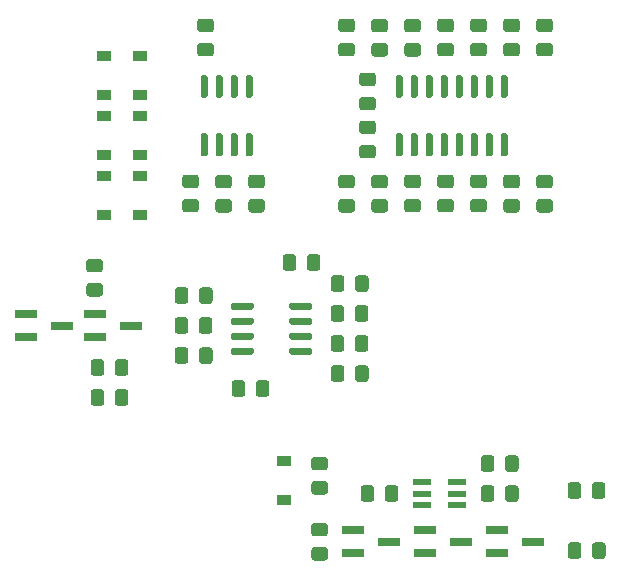
<source format=gbr>
G04 #@! TF.GenerationSoftware,KiCad,Pcbnew,5.1.6-c6e7f7d~87~ubuntu18.04.1*
G04 #@! TF.CreationDate,2020-08-19T17:04:45-04:00*
G04 #@! TF.ProjectId,late_MS20_VCF_plug_in_board,6c617465-5f4d-4533-9230-5f5643465f70,0*
G04 #@! TF.SameCoordinates,Original*
G04 #@! TF.FileFunction,Paste,Top*
G04 #@! TF.FilePolarity,Positive*
%FSLAX46Y46*%
G04 Gerber Fmt 4.6, Leading zero omitted, Abs format (unit mm)*
G04 Created by KiCad (PCBNEW 5.1.6-c6e7f7d~87~ubuntu18.04.1) date 2020-08-19 17:04:45*
%MOMM*%
%LPD*%
G01*
G04 APERTURE LIST*
%ADD10R,1.900000X0.800000*%
%ADD11R,1.500000X0.550000*%
%ADD12R,1.200000X0.900000*%
G04 APERTURE END LIST*
G36*
G01*
X108017000Y-92259999D02*
X108017000Y-93160001D01*
G75*
G02*
X107767001Y-93410000I-249999J0D01*
G01*
X107116999Y-93410000D01*
G75*
G02*
X106867000Y-93160001I0J249999D01*
G01*
X106867000Y-92259999D01*
G75*
G02*
X107116999Y-92010000I249999J0D01*
G01*
X107767001Y-92010000D01*
G75*
G02*
X108017000Y-92259999I0J-249999D01*
G01*
G37*
G36*
G01*
X110067000Y-92259999D02*
X110067000Y-93160001D01*
G75*
G02*
X109817001Y-93410000I-249999J0D01*
G01*
X109166999Y-93410000D01*
G75*
G02*
X108917000Y-93160001I0J249999D01*
G01*
X108917000Y-92259999D01*
G75*
G02*
X109166999Y-92010000I249999J0D01*
G01*
X109817001Y-92010000D01*
G75*
G02*
X110067000Y-92259999I0J-249999D01*
G01*
G37*
G36*
G01*
X108008000Y-97339999D02*
X108008000Y-98240001D01*
G75*
G02*
X107758001Y-98490000I-249999J0D01*
G01*
X107107999Y-98490000D01*
G75*
G02*
X106858000Y-98240001I0J249999D01*
G01*
X106858000Y-97339999D01*
G75*
G02*
X107107999Y-97090000I249999J0D01*
G01*
X107758001Y-97090000D01*
G75*
G02*
X108008000Y-97339999I0J-249999D01*
G01*
G37*
G36*
G01*
X110058000Y-97339999D02*
X110058000Y-98240001D01*
G75*
G02*
X109808001Y-98490000I-249999J0D01*
G01*
X109157999Y-98490000D01*
G75*
G02*
X108908000Y-98240001I0J249999D01*
G01*
X108908000Y-97339999D01*
G75*
G02*
X109157999Y-97090000I249999J0D01*
G01*
X109808001Y-97090000D01*
G75*
G02*
X110058000Y-97339999I0J-249999D01*
G01*
G37*
G36*
G01*
X100526001Y-90745000D02*
X99625999Y-90745000D01*
G75*
G02*
X99376000Y-90495001I0J249999D01*
G01*
X99376000Y-89844999D01*
G75*
G02*
X99625999Y-89595000I249999J0D01*
G01*
X100526001Y-89595000D01*
G75*
G02*
X100776000Y-89844999I0J-249999D01*
G01*
X100776000Y-90495001D01*
G75*
G02*
X100526001Y-90745000I-249999J0D01*
G01*
G37*
G36*
G01*
X100526001Y-92795000D02*
X99625999Y-92795000D01*
G75*
G02*
X99376000Y-92545001I0J249999D01*
G01*
X99376000Y-91894999D01*
G75*
G02*
X99625999Y-91645000I249999J0D01*
G01*
X100526001Y-91645000D01*
G75*
G02*
X100776000Y-91894999I0J-249999D01*
G01*
X100776000Y-92545001D01*
G75*
G02*
X100526001Y-92795000I-249999J0D01*
G01*
G37*
G36*
G01*
X101787000Y-99256001D02*
X101787000Y-98355999D01*
G75*
G02*
X102036999Y-98106000I249999J0D01*
G01*
X102687001Y-98106000D01*
G75*
G02*
X102937000Y-98355999I0J-249999D01*
G01*
X102937000Y-99256001D01*
G75*
G02*
X102687001Y-99506000I-249999J0D01*
G01*
X102036999Y-99506000D01*
G75*
G02*
X101787000Y-99256001I0J249999D01*
G01*
G37*
G36*
G01*
X99737000Y-99256001D02*
X99737000Y-98355999D01*
G75*
G02*
X99986999Y-98106000I249999J0D01*
G01*
X100637001Y-98106000D01*
G75*
G02*
X100887000Y-98355999I0J-249999D01*
G01*
X100887000Y-99256001D01*
G75*
G02*
X100637001Y-99506000I-249999J0D01*
G01*
X99986999Y-99506000D01*
G75*
G02*
X99737000Y-99256001I0J249999D01*
G01*
G37*
G36*
G01*
X101787000Y-101796001D02*
X101787000Y-100895999D01*
G75*
G02*
X102036999Y-100646000I249999J0D01*
G01*
X102687001Y-100646000D01*
G75*
G02*
X102937000Y-100895999I0J-249999D01*
G01*
X102937000Y-101796001D01*
G75*
G02*
X102687001Y-102046000I-249999J0D01*
G01*
X102036999Y-102046000D01*
G75*
G02*
X101787000Y-101796001I0J249999D01*
G01*
G37*
G36*
G01*
X99737000Y-101796001D02*
X99737000Y-100895999D01*
G75*
G02*
X99986999Y-100646000I249999J0D01*
G01*
X100637001Y-100646000D01*
G75*
G02*
X100887000Y-100895999I0J-249999D01*
G01*
X100887000Y-101796001D01*
G75*
G02*
X100637001Y-102046000I-249999J0D01*
G01*
X99986999Y-102046000D01*
G75*
G02*
X99737000Y-101796001I0J249999D01*
G01*
G37*
G36*
G01*
X121862001Y-83633000D02*
X120961999Y-83633000D01*
G75*
G02*
X120712000Y-83383001I0J249999D01*
G01*
X120712000Y-82732999D01*
G75*
G02*
X120961999Y-82483000I249999J0D01*
G01*
X121862001Y-82483000D01*
G75*
G02*
X122112000Y-82732999I0J-249999D01*
G01*
X122112000Y-83383001D01*
G75*
G02*
X121862001Y-83633000I-249999J0D01*
G01*
G37*
G36*
G01*
X121862001Y-85683000D02*
X120961999Y-85683000D01*
G75*
G02*
X120712000Y-85433001I0J249999D01*
G01*
X120712000Y-84782999D01*
G75*
G02*
X120961999Y-84533000I249999J0D01*
G01*
X121862001Y-84533000D01*
G75*
G02*
X122112000Y-84782999I0J-249999D01*
G01*
X122112000Y-85433001D01*
G75*
G02*
X121862001Y-85683000I-249999J0D01*
G01*
G37*
G36*
G01*
X138626001Y-83633000D02*
X137725999Y-83633000D01*
G75*
G02*
X137476000Y-83383001I0J249999D01*
G01*
X137476000Y-82732999D01*
G75*
G02*
X137725999Y-82483000I249999J0D01*
G01*
X138626001Y-82483000D01*
G75*
G02*
X138876000Y-82732999I0J-249999D01*
G01*
X138876000Y-83383001D01*
G75*
G02*
X138626001Y-83633000I-249999J0D01*
G01*
G37*
G36*
G01*
X138626001Y-85683000D02*
X137725999Y-85683000D01*
G75*
G02*
X137476000Y-85433001I0J249999D01*
G01*
X137476000Y-84782999D01*
G75*
G02*
X137725999Y-84533000I249999J0D01*
G01*
X138626001Y-84533000D01*
G75*
G02*
X138876000Y-84782999I0J-249999D01*
G01*
X138876000Y-85433001D01*
G75*
G02*
X138626001Y-85683000I-249999J0D01*
G01*
G37*
G36*
G01*
X134931999Y-84524000D02*
X135832001Y-84524000D01*
G75*
G02*
X136082000Y-84773999I0J-249999D01*
G01*
X136082000Y-85424001D01*
G75*
G02*
X135832001Y-85674000I-249999J0D01*
G01*
X134931999Y-85674000D01*
G75*
G02*
X134682000Y-85424001I0J249999D01*
G01*
X134682000Y-84773999D01*
G75*
G02*
X134931999Y-84524000I249999J0D01*
G01*
G37*
G36*
G01*
X134931999Y-82474000D02*
X135832001Y-82474000D01*
G75*
G02*
X136082000Y-82723999I0J-249999D01*
G01*
X136082000Y-83374001D01*
G75*
G02*
X135832001Y-83624000I-249999J0D01*
G01*
X134931999Y-83624000D01*
G75*
G02*
X134682000Y-83374001I0J249999D01*
G01*
X134682000Y-82723999D01*
G75*
G02*
X134931999Y-82474000I249999J0D01*
G01*
G37*
G36*
G01*
X127450001Y-83615000D02*
X126549999Y-83615000D01*
G75*
G02*
X126300000Y-83365001I0J249999D01*
G01*
X126300000Y-82714999D01*
G75*
G02*
X126549999Y-82465000I249999J0D01*
G01*
X127450001Y-82465000D01*
G75*
G02*
X127700000Y-82714999I0J-249999D01*
G01*
X127700000Y-83365001D01*
G75*
G02*
X127450001Y-83615000I-249999J0D01*
G01*
G37*
G36*
G01*
X127450001Y-85665000D02*
X126549999Y-85665000D01*
G75*
G02*
X126300000Y-85415001I0J249999D01*
G01*
X126300000Y-84764999D01*
G75*
G02*
X126549999Y-84515000I249999J0D01*
G01*
X127450001Y-84515000D01*
G75*
G02*
X127700000Y-84764999I0J-249999D01*
G01*
X127700000Y-85415001D01*
G75*
G02*
X127450001Y-85665000I-249999J0D01*
G01*
G37*
G36*
G01*
X107753999Y-84515000D02*
X108654001Y-84515000D01*
G75*
G02*
X108904000Y-84764999I0J-249999D01*
G01*
X108904000Y-85415001D01*
G75*
G02*
X108654001Y-85665000I-249999J0D01*
G01*
X107753999Y-85665000D01*
G75*
G02*
X107504000Y-85415001I0J249999D01*
G01*
X107504000Y-84764999D01*
G75*
G02*
X107753999Y-84515000I249999J0D01*
G01*
G37*
G36*
G01*
X107753999Y-82465000D02*
X108654001Y-82465000D01*
G75*
G02*
X108904000Y-82714999I0J-249999D01*
G01*
X108904000Y-83365001D01*
G75*
G02*
X108654001Y-83615000I-249999J0D01*
G01*
X107753999Y-83615000D01*
G75*
G02*
X107504000Y-83365001I0J249999D01*
G01*
X107504000Y-82714999D01*
G75*
G02*
X107753999Y-82465000I249999J0D01*
G01*
G37*
G36*
G01*
X132137999Y-84515000D02*
X133038001Y-84515000D01*
G75*
G02*
X133288000Y-84764999I0J-249999D01*
G01*
X133288000Y-85415001D01*
G75*
G02*
X133038001Y-85665000I-249999J0D01*
G01*
X132137999Y-85665000D01*
G75*
G02*
X131888000Y-85415001I0J249999D01*
G01*
X131888000Y-84764999D01*
G75*
G02*
X132137999Y-84515000I249999J0D01*
G01*
G37*
G36*
G01*
X132137999Y-82465000D02*
X133038001Y-82465000D01*
G75*
G02*
X133288000Y-82714999I0J-249999D01*
G01*
X133288000Y-83365001D01*
G75*
G02*
X133038001Y-83615000I-249999J0D01*
G01*
X132137999Y-83615000D01*
G75*
G02*
X131888000Y-83365001I0J249999D01*
G01*
X131888000Y-82714999D01*
G75*
G02*
X132137999Y-82465000I249999J0D01*
G01*
G37*
G36*
G01*
X124656001Y-83633000D02*
X123755999Y-83633000D01*
G75*
G02*
X123506000Y-83383001I0J249999D01*
G01*
X123506000Y-82732999D01*
G75*
G02*
X123755999Y-82483000I249999J0D01*
G01*
X124656001Y-82483000D01*
G75*
G02*
X124906000Y-82732999I0J-249999D01*
G01*
X124906000Y-83383001D01*
G75*
G02*
X124656001Y-83633000I-249999J0D01*
G01*
G37*
G36*
G01*
X124656001Y-85683000D02*
X123755999Y-85683000D01*
G75*
G02*
X123506000Y-85433001I0J249999D01*
G01*
X123506000Y-84782999D01*
G75*
G02*
X123755999Y-84533000I249999J0D01*
G01*
X124656001Y-84533000D01*
G75*
G02*
X124906000Y-84782999I0J-249999D01*
G01*
X124906000Y-85433001D01*
G75*
G02*
X124656001Y-85683000I-249999J0D01*
G01*
G37*
G36*
G01*
X110547999Y-84533000D02*
X111448001Y-84533000D01*
G75*
G02*
X111698000Y-84782999I0J-249999D01*
G01*
X111698000Y-85433001D01*
G75*
G02*
X111448001Y-85683000I-249999J0D01*
G01*
X110547999Y-85683000D01*
G75*
G02*
X110298000Y-85433001I0J249999D01*
G01*
X110298000Y-84782999D01*
G75*
G02*
X110547999Y-84533000I249999J0D01*
G01*
G37*
G36*
G01*
X110547999Y-82483000D02*
X111448001Y-82483000D01*
G75*
G02*
X111698000Y-82732999I0J-249999D01*
G01*
X111698000Y-83383001D01*
G75*
G02*
X111448001Y-83633000I-249999J0D01*
G01*
X110547999Y-83633000D01*
G75*
G02*
X110298000Y-83383001I0J249999D01*
G01*
X110298000Y-82732999D01*
G75*
G02*
X110547999Y-82483000I249999J0D01*
G01*
G37*
G36*
G01*
X120961999Y-71307000D02*
X121862001Y-71307000D01*
G75*
G02*
X122112000Y-71556999I0J-249999D01*
G01*
X122112000Y-72207001D01*
G75*
G02*
X121862001Y-72457000I-249999J0D01*
G01*
X120961999Y-72457000D01*
G75*
G02*
X120712000Y-72207001I0J249999D01*
G01*
X120712000Y-71556999D01*
G75*
G02*
X120961999Y-71307000I249999J0D01*
G01*
G37*
G36*
G01*
X120961999Y-69257000D02*
X121862001Y-69257000D01*
G75*
G02*
X122112000Y-69506999I0J-249999D01*
G01*
X122112000Y-70157001D01*
G75*
G02*
X121862001Y-70407000I-249999J0D01*
G01*
X120961999Y-70407000D01*
G75*
G02*
X120712000Y-70157001I0J249999D01*
G01*
X120712000Y-69506999D01*
G75*
G02*
X120961999Y-69257000I249999J0D01*
G01*
G37*
G36*
G01*
X137725999Y-71307000D02*
X138626001Y-71307000D01*
G75*
G02*
X138876000Y-71556999I0J-249999D01*
G01*
X138876000Y-72207001D01*
G75*
G02*
X138626001Y-72457000I-249999J0D01*
G01*
X137725999Y-72457000D01*
G75*
G02*
X137476000Y-72207001I0J249999D01*
G01*
X137476000Y-71556999D01*
G75*
G02*
X137725999Y-71307000I249999J0D01*
G01*
G37*
G36*
G01*
X137725999Y-69257000D02*
X138626001Y-69257000D01*
G75*
G02*
X138876000Y-69506999I0J-249999D01*
G01*
X138876000Y-70157001D01*
G75*
G02*
X138626001Y-70407000I-249999J0D01*
G01*
X137725999Y-70407000D01*
G75*
G02*
X137476000Y-70157001I0J249999D01*
G01*
X137476000Y-69506999D01*
G75*
G02*
X137725999Y-69257000I249999J0D01*
G01*
G37*
G36*
G01*
X135832001Y-70407000D02*
X134931999Y-70407000D01*
G75*
G02*
X134682000Y-70157001I0J249999D01*
G01*
X134682000Y-69506999D01*
G75*
G02*
X134931999Y-69257000I249999J0D01*
G01*
X135832001Y-69257000D01*
G75*
G02*
X136082000Y-69506999I0J-249999D01*
G01*
X136082000Y-70157001D01*
G75*
G02*
X135832001Y-70407000I-249999J0D01*
G01*
G37*
G36*
G01*
X135832001Y-72457000D02*
X134931999Y-72457000D01*
G75*
G02*
X134682000Y-72207001I0J249999D01*
G01*
X134682000Y-71556999D01*
G75*
G02*
X134931999Y-71307000I249999J0D01*
G01*
X135832001Y-71307000D01*
G75*
G02*
X136082000Y-71556999I0J-249999D01*
G01*
X136082000Y-72207001D01*
G75*
G02*
X135832001Y-72457000I-249999J0D01*
G01*
G37*
G36*
G01*
X124656001Y-70425000D02*
X123755999Y-70425000D01*
G75*
G02*
X123506000Y-70175001I0J249999D01*
G01*
X123506000Y-69524999D01*
G75*
G02*
X123755999Y-69275000I249999J0D01*
G01*
X124656001Y-69275000D01*
G75*
G02*
X124906000Y-69524999I0J-249999D01*
G01*
X124906000Y-70175001D01*
G75*
G02*
X124656001Y-70425000I-249999J0D01*
G01*
G37*
G36*
G01*
X124656001Y-72475000D02*
X123755999Y-72475000D01*
G75*
G02*
X123506000Y-72225001I0J249999D01*
G01*
X123506000Y-71574999D01*
G75*
G02*
X123755999Y-71325000I249999J0D01*
G01*
X124656001Y-71325000D01*
G75*
G02*
X124906000Y-71574999I0J-249999D01*
G01*
X124906000Y-72225001D01*
G75*
G02*
X124656001Y-72475000I-249999J0D01*
G01*
G37*
G36*
G01*
X133038001Y-70407000D02*
X132137999Y-70407000D01*
G75*
G02*
X131888000Y-70157001I0J249999D01*
G01*
X131888000Y-69506999D01*
G75*
G02*
X132137999Y-69257000I249999J0D01*
G01*
X133038001Y-69257000D01*
G75*
G02*
X133288000Y-69506999I0J-249999D01*
G01*
X133288000Y-70157001D01*
G75*
G02*
X133038001Y-70407000I-249999J0D01*
G01*
G37*
G36*
G01*
X133038001Y-72457000D02*
X132137999Y-72457000D01*
G75*
G02*
X131888000Y-72207001I0J249999D01*
G01*
X131888000Y-71556999D01*
G75*
G02*
X132137999Y-71307000I249999J0D01*
G01*
X133038001Y-71307000D01*
G75*
G02*
X133288000Y-71556999I0J-249999D01*
G01*
X133288000Y-72207001D01*
G75*
G02*
X133038001Y-72457000I-249999J0D01*
G01*
G37*
G36*
G01*
X127450001Y-70425000D02*
X126549999Y-70425000D01*
G75*
G02*
X126300000Y-70175001I0J249999D01*
G01*
X126300000Y-69524999D01*
G75*
G02*
X126549999Y-69275000I249999J0D01*
G01*
X127450001Y-69275000D01*
G75*
G02*
X127700000Y-69524999I0J-249999D01*
G01*
X127700000Y-70175001D01*
G75*
G02*
X127450001Y-70425000I-249999J0D01*
G01*
G37*
G36*
G01*
X127450001Y-72475000D02*
X126549999Y-72475000D01*
G75*
G02*
X126300000Y-72225001I0J249999D01*
G01*
X126300000Y-71574999D01*
G75*
G02*
X126549999Y-71325000I249999J0D01*
G01*
X127450001Y-71325000D01*
G75*
G02*
X127700000Y-71574999I0J-249999D01*
G01*
X127700000Y-72225001D01*
G75*
G02*
X127450001Y-72475000I-249999J0D01*
G01*
G37*
G36*
G01*
X116562000Y-93749000D02*
X116562000Y-93449000D01*
G75*
G02*
X116712000Y-93299000I150000J0D01*
G01*
X118362000Y-93299000D01*
G75*
G02*
X118512000Y-93449000I0J-150000D01*
G01*
X118512000Y-93749000D01*
G75*
G02*
X118362000Y-93899000I-150000J0D01*
G01*
X116712000Y-93899000D01*
G75*
G02*
X116562000Y-93749000I0J150000D01*
G01*
G37*
G36*
G01*
X116562000Y-95019000D02*
X116562000Y-94719000D01*
G75*
G02*
X116712000Y-94569000I150000J0D01*
G01*
X118362000Y-94569000D01*
G75*
G02*
X118512000Y-94719000I0J-150000D01*
G01*
X118512000Y-95019000D01*
G75*
G02*
X118362000Y-95169000I-150000J0D01*
G01*
X116712000Y-95169000D01*
G75*
G02*
X116562000Y-95019000I0J150000D01*
G01*
G37*
G36*
G01*
X116562000Y-96289000D02*
X116562000Y-95989000D01*
G75*
G02*
X116712000Y-95839000I150000J0D01*
G01*
X118362000Y-95839000D01*
G75*
G02*
X118512000Y-95989000I0J-150000D01*
G01*
X118512000Y-96289000D01*
G75*
G02*
X118362000Y-96439000I-150000J0D01*
G01*
X116712000Y-96439000D01*
G75*
G02*
X116562000Y-96289000I0J150000D01*
G01*
G37*
G36*
G01*
X116562000Y-97559000D02*
X116562000Y-97259000D01*
G75*
G02*
X116712000Y-97109000I150000J0D01*
G01*
X118362000Y-97109000D01*
G75*
G02*
X118512000Y-97259000I0J-150000D01*
G01*
X118512000Y-97559000D01*
G75*
G02*
X118362000Y-97709000I-150000J0D01*
G01*
X116712000Y-97709000D01*
G75*
G02*
X116562000Y-97559000I0J150000D01*
G01*
G37*
G36*
G01*
X111612000Y-97559000D02*
X111612000Y-97259000D01*
G75*
G02*
X111762000Y-97109000I150000J0D01*
G01*
X113412000Y-97109000D01*
G75*
G02*
X113562000Y-97259000I0J-150000D01*
G01*
X113562000Y-97559000D01*
G75*
G02*
X113412000Y-97709000I-150000J0D01*
G01*
X111762000Y-97709000D01*
G75*
G02*
X111612000Y-97559000I0J150000D01*
G01*
G37*
G36*
G01*
X111612000Y-96289000D02*
X111612000Y-95989000D01*
G75*
G02*
X111762000Y-95839000I150000J0D01*
G01*
X113412000Y-95839000D01*
G75*
G02*
X113562000Y-95989000I0J-150000D01*
G01*
X113562000Y-96289000D01*
G75*
G02*
X113412000Y-96439000I-150000J0D01*
G01*
X111762000Y-96439000D01*
G75*
G02*
X111612000Y-96289000I0J150000D01*
G01*
G37*
G36*
G01*
X111612000Y-95019000D02*
X111612000Y-94719000D01*
G75*
G02*
X111762000Y-94569000I150000J0D01*
G01*
X113412000Y-94569000D01*
G75*
G02*
X113562000Y-94719000I0J-150000D01*
G01*
X113562000Y-95019000D01*
G75*
G02*
X113412000Y-95169000I-150000J0D01*
G01*
X111762000Y-95169000D01*
G75*
G02*
X111612000Y-95019000I0J150000D01*
G01*
G37*
G36*
G01*
X111612000Y-93749000D02*
X111612000Y-93449000D01*
G75*
G02*
X111762000Y-93299000I150000J0D01*
G01*
X113412000Y-93299000D01*
G75*
G02*
X113562000Y-93449000I0J-150000D01*
G01*
X113562000Y-93749000D01*
G75*
G02*
X113412000Y-93899000I-150000J0D01*
G01*
X111762000Y-93899000D01*
G75*
G02*
X111612000Y-93749000I0J150000D01*
G01*
G37*
G36*
G01*
X134597000Y-78970000D02*
X134897000Y-78970000D01*
G75*
G02*
X135047000Y-79120000I0J-150000D01*
G01*
X135047000Y-80770000D01*
G75*
G02*
X134897000Y-80920000I-150000J0D01*
G01*
X134597000Y-80920000D01*
G75*
G02*
X134447000Y-80770000I0J150000D01*
G01*
X134447000Y-79120000D01*
G75*
G02*
X134597000Y-78970000I150000J0D01*
G01*
G37*
G36*
G01*
X133327000Y-78970000D02*
X133627000Y-78970000D01*
G75*
G02*
X133777000Y-79120000I0J-150000D01*
G01*
X133777000Y-80770000D01*
G75*
G02*
X133627000Y-80920000I-150000J0D01*
G01*
X133327000Y-80920000D01*
G75*
G02*
X133177000Y-80770000I0J150000D01*
G01*
X133177000Y-79120000D01*
G75*
G02*
X133327000Y-78970000I150000J0D01*
G01*
G37*
G36*
G01*
X132057000Y-78970000D02*
X132357000Y-78970000D01*
G75*
G02*
X132507000Y-79120000I0J-150000D01*
G01*
X132507000Y-80770000D01*
G75*
G02*
X132357000Y-80920000I-150000J0D01*
G01*
X132057000Y-80920000D01*
G75*
G02*
X131907000Y-80770000I0J150000D01*
G01*
X131907000Y-79120000D01*
G75*
G02*
X132057000Y-78970000I150000J0D01*
G01*
G37*
G36*
G01*
X130787000Y-78970000D02*
X131087000Y-78970000D01*
G75*
G02*
X131237000Y-79120000I0J-150000D01*
G01*
X131237000Y-80770000D01*
G75*
G02*
X131087000Y-80920000I-150000J0D01*
G01*
X130787000Y-80920000D01*
G75*
G02*
X130637000Y-80770000I0J150000D01*
G01*
X130637000Y-79120000D01*
G75*
G02*
X130787000Y-78970000I150000J0D01*
G01*
G37*
G36*
G01*
X129517000Y-78970000D02*
X129817000Y-78970000D01*
G75*
G02*
X129967000Y-79120000I0J-150000D01*
G01*
X129967000Y-80770000D01*
G75*
G02*
X129817000Y-80920000I-150000J0D01*
G01*
X129517000Y-80920000D01*
G75*
G02*
X129367000Y-80770000I0J150000D01*
G01*
X129367000Y-79120000D01*
G75*
G02*
X129517000Y-78970000I150000J0D01*
G01*
G37*
G36*
G01*
X128247000Y-78970000D02*
X128547000Y-78970000D01*
G75*
G02*
X128697000Y-79120000I0J-150000D01*
G01*
X128697000Y-80770000D01*
G75*
G02*
X128547000Y-80920000I-150000J0D01*
G01*
X128247000Y-80920000D01*
G75*
G02*
X128097000Y-80770000I0J150000D01*
G01*
X128097000Y-79120000D01*
G75*
G02*
X128247000Y-78970000I150000J0D01*
G01*
G37*
G36*
G01*
X126977000Y-78970000D02*
X127277000Y-78970000D01*
G75*
G02*
X127427000Y-79120000I0J-150000D01*
G01*
X127427000Y-80770000D01*
G75*
G02*
X127277000Y-80920000I-150000J0D01*
G01*
X126977000Y-80920000D01*
G75*
G02*
X126827000Y-80770000I0J150000D01*
G01*
X126827000Y-79120000D01*
G75*
G02*
X126977000Y-78970000I150000J0D01*
G01*
G37*
G36*
G01*
X125707000Y-78970000D02*
X126007000Y-78970000D01*
G75*
G02*
X126157000Y-79120000I0J-150000D01*
G01*
X126157000Y-80770000D01*
G75*
G02*
X126007000Y-80920000I-150000J0D01*
G01*
X125707000Y-80920000D01*
G75*
G02*
X125557000Y-80770000I0J150000D01*
G01*
X125557000Y-79120000D01*
G75*
G02*
X125707000Y-78970000I150000J0D01*
G01*
G37*
G36*
G01*
X125707000Y-74020000D02*
X126007000Y-74020000D01*
G75*
G02*
X126157000Y-74170000I0J-150000D01*
G01*
X126157000Y-75820000D01*
G75*
G02*
X126007000Y-75970000I-150000J0D01*
G01*
X125707000Y-75970000D01*
G75*
G02*
X125557000Y-75820000I0J150000D01*
G01*
X125557000Y-74170000D01*
G75*
G02*
X125707000Y-74020000I150000J0D01*
G01*
G37*
G36*
G01*
X126977000Y-74020000D02*
X127277000Y-74020000D01*
G75*
G02*
X127427000Y-74170000I0J-150000D01*
G01*
X127427000Y-75820000D01*
G75*
G02*
X127277000Y-75970000I-150000J0D01*
G01*
X126977000Y-75970000D01*
G75*
G02*
X126827000Y-75820000I0J150000D01*
G01*
X126827000Y-74170000D01*
G75*
G02*
X126977000Y-74020000I150000J0D01*
G01*
G37*
G36*
G01*
X128247000Y-74020000D02*
X128547000Y-74020000D01*
G75*
G02*
X128697000Y-74170000I0J-150000D01*
G01*
X128697000Y-75820000D01*
G75*
G02*
X128547000Y-75970000I-150000J0D01*
G01*
X128247000Y-75970000D01*
G75*
G02*
X128097000Y-75820000I0J150000D01*
G01*
X128097000Y-74170000D01*
G75*
G02*
X128247000Y-74020000I150000J0D01*
G01*
G37*
G36*
G01*
X129517000Y-74020000D02*
X129817000Y-74020000D01*
G75*
G02*
X129967000Y-74170000I0J-150000D01*
G01*
X129967000Y-75820000D01*
G75*
G02*
X129817000Y-75970000I-150000J0D01*
G01*
X129517000Y-75970000D01*
G75*
G02*
X129367000Y-75820000I0J150000D01*
G01*
X129367000Y-74170000D01*
G75*
G02*
X129517000Y-74020000I150000J0D01*
G01*
G37*
G36*
G01*
X130787000Y-74020000D02*
X131087000Y-74020000D01*
G75*
G02*
X131237000Y-74170000I0J-150000D01*
G01*
X131237000Y-75820000D01*
G75*
G02*
X131087000Y-75970000I-150000J0D01*
G01*
X130787000Y-75970000D01*
G75*
G02*
X130637000Y-75820000I0J150000D01*
G01*
X130637000Y-74170000D01*
G75*
G02*
X130787000Y-74020000I150000J0D01*
G01*
G37*
G36*
G01*
X132057000Y-74020000D02*
X132357000Y-74020000D01*
G75*
G02*
X132507000Y-74170000I0J-150000D01*
G01*
X132507000Y-75820000D01*
G75*
G02*
X132357000Y-75970000I-150000J0D01*
G01*
X132057000Y-75970000D01*
G75*
G02*
X131907000Y-75820000I0J150000D01*
G01*
X131907000Y-74170000D01*
G75*
G02*
X132057000Y-74020000I150000J0D01*
G01*
G37*
G36*
G01*
X133327000Y-74020000D02*
X133627000Y-74020000D01*
G75*
G02*
X133777000Y-74170000I0J-150000D01*
G01*
X133777000Y-75820000D01*
G75*
G02*
X133627000Y-75970000I-150000J0D01*
G01*
X133327000Y-75970000D01*
G75*
G02*
X133177000Y-75820000I0J150000D01*
G01*
X133177000Y-74170000D01*
G75*
G02*
X133327000Y-74020000I150000J0D01*
G01*
G37*
G36*
G01*
X134597000Y-74020000D02*
X134897000Y-74020000D01*
G75*
G02*
X135047000Y-74170000I0J-150000D01*
G01*
X135047000Y-75820000D01*
G75*
G02*
X134897000Y-75970000I-150000J0D01*
G01*
X134597000Y-75970000D01*
G75*
G02*
X134447000Y-75820000I0J150000D01*
G01*
X134447000Y-74170000D01*
G75*
G02*
X134597000Y-74020000I150000J0D01*
G01*
G37*
G36*
G01*
X113007000Y-78970000D02*
X113307000Y-78970000D01*
G75*
G02*
X113457000Y-79120000I0J-150000D01*
G01*
X113457000Y-80770000D01*
G75*
G02*
X113307000Y-80920000I-150000J0D01*
G01*
X113007000Y-80920000D01*
G75*
G02*
X112857000Y-80770000I0J150000D01*
G01*
X112857000Y-79120000D01*
G75*
G02*
X113007000Y-78970000I150000J0D01*
G01*
G37*
G36*
G01*
X111737000Y-78970000D02*
X112037000Y-78970000D01*
G75*
G02*
X112187000Y-79120000I0J-150000D01*
G01*
X112187000Y-80770000D01*
G75*
G02*
X112037000Y-80920000I-150000J0D01*
G01*
X111737000Y-80920000D01*
G75*
G02*
X111587000Y-80770000I0J150000D01*
G01*
X111587000Y-79120000D01*
G75*
G02*
X111737000Y-78970000I150000J0D01*
G01*
G37*
G36*
G01*
X110467000Y-78970000D02*
X110767000Y-78970000D01*
G75*
G02*
X110917000Y-79120000I0J-150000D01*
G01*
X110917000Y-80770000D01*
G75*
G02*
X110767000Y-80920000I-150000J0D01*
G01*
X110467000Y-80920000D01*
G75*
G02*
X110317000Y-80770000I0J150000D01*
G01*
X110317000Y-79120000D01*
G75*
G02*
X110467000Y-78970000I150000J0D01*
G01*
G37*
G36*
G01*
X109197000Y-78970000D02*
X109497000Y-78970000D01*
G75*
G02*
X109647000Y-79120000I0J-150000D01*
G01*
X109647000Y-80770000D01*
G75*
G02*
X109497000Y-80920000I-150000J0D01*
G01*
X109197000Y-80920000D01*
G75*
G02*
X109047000Y-80770000I0J150000D01*
G01*
X109047000Y-79120000D01*
G75*
G02*
X109197000Y-78970000I150000J0D01*
G01*
G37*
G36*
G01*
X109197000Y-74020000D02*
X109497000Y-74020000D01*
G75*
G02*
X109647000Y-74170000I0J-150000D01*
G01*
X109647000Y-75820000D01*
G75*
G02*
X109497000Y-75970000I-150000J0D01*
G01*
X109197000Y-75970000D01*
G75*
G02*
X109047000Y-75820000I0J150000D01*
G01*
X109047000Y-74170000D01*
G75*
G02*
X109197000Y-74020000I150000J0D01*
G01*
G37*
G36*
G01*
X110467000Y-74020000D02*
X110767000Y-74020000D01*
G75*
G02*
X110917000Y-74170000I0J-150000D01*
G01*
X110917000Y-75820000D01*
G75*
G02*
X110767000Y-75970000I-150000J0D01*
G01*
X110467000Y-75970000D01*
G75*
G02*
X110317000Y-75820000I0J150000D01*
G01*
X110317000Y-74170000D01*
G75*
G02*
X110467000Y-74020000I150000J0D01*
G01*
G37*
G36*
G01*
X111737000Y-74020000D02*
X112037000Y-74020000D01*
G75*
G02*
X112187000Y-74170000I0J-150000D01*
G01*
X112187000Y-75820000D01*
G75*
G02*
X112037000Y-75970000I-150000J0D01*
G01*
X111737000Y-75970000D01*
G75*
G02*
X111587000Y-75820000I0J150000D01*
G01*
X111587000Y-74170000D01*
G75*
G02*
X111737000Y-74020000I150000J0D01*
G01*
G37*
G36*
G01*
X113007000Y-74020000D02*
X113307000Y-74020000D01*
G75*
G02*
X113457000Y-74170000I0J-150000D01*
G01*
X113457000Y-75820000D01*
G75*
G02*
X113307000Y-75970000I-150000J0D01*
G01*
X113007000Y-75970000D01*
G75*
G02*
X112857000Y-75820000I0J150000D01*
G01*
X112857000Y-74170000D01*
G75*
G02*
X113007000Y-74020000I150000J0D01*
G01*
G37*
G36*
G01*
X119576001Y-107509000D02*
X118675999Y-107509000D01*
G75*
G02*
X118426000Y-107259001I0J249999D01*
G01*
X118426000Y-106608999D01*
G75*
G02*
X118675999Y-106359000I249999J0D01*
G01*
X119576001Y-106359000D01*
G75*
G02*
X119826000Y-106608999I0J-249999D01*
G01*
X119826000Y-107259001D01*
G75*
G02*
X119576001Y-107509000I-249999J0D01*
G01*
G37*
G36*
G01*
X119576001Y-109559000D02*
X118675999Y-109559000D01*
G75*
G02*
X118426000Y-109309001I0J249999D01*
G01*
X118426000Y-108658999D01*
G75*
G02*
X118675999Y-108409000I249999J0D01*
G01*
X119576001Y-108409000D01*
G75*
G02*
X119826000Y-108658999I0J-249999D01*
G01*
X119826000Y-109309001D01*
G75*
G02*
X119576001Y-109559000I-249999J0D01*
G01*
G37*
G36*
G01*
X119576001Y-113097000D02*
X118675999Y-113097000D01*
G75*
G02*
X118426000Y-112847001I0J249999D01*
G01*
X118426000Y-112196999D01*
G75*
G02*
X118675999Y-111947000I249999J0D01*
G01*
X119576001Y-111947000D01*
G75*
G02*
X119826000Y-112196999I0J-249999D01*
G01*
X119826000Y-112847001D01*
G75*
G02*
X119576001Y-113097000I-249999J0D01*
G01*
G37*
G36*
G01*
X119576001Y-115147000D02*
X118675999Y-115147000D01*
G75*
G02*
X118426000Y-114897001I0J249999D01*
G01*
X118426000Y-114246999D01*
G75*
G02*
X118675999Y-113997000I249999J0D01*
G01*
X119576001Y-113997000D01*
G75*
G02*
X119826000Y-114246999I0J-249999D01*
G01*
X119826000Y-114897001D01*
G75*
G02*
X119576001Y-115147000I-249999J0D01*
G01*
G37*
G36*
G01*
X133925000Y-106483999D02*
X133925000Y-107384001D01*
G75*
G02*
X133675001Y-107634000I-249999J0D01*
G01*
X133024999Y-107634000D01*
G75*
G02*
X132775000Y-107384001I0J249999D01*
G01*
X132775000Y-106483999D01*
G75*
G02*
X133024999Y-106234000I249999J0D01*
G01*
X133675001Y-106234000D01*
G75*
G02*
X133925000Y-106483999I0J-249999D01*
G01*
G37*
G36*
G01*
X135975000Y-106483999D02*
X135975000Y-107384001D01*
G75*
G02*
X135725001Y-107634000I-249999J0D01*
G01*
X135074999Y-107634000D01*
G75*
G02*
X134825000Y-107384001I0J249999D01*
G01*
X134825000Y-106483999D01*
G75*
G02*
X135074999Y-106234000I249999J0D01*
G01*
X135725001Y-106234000D01*
G75*
G02*
X135975000Y-106483999I0J-249999D01*
G01*
G37*
G36*
G01*
X133925000Y-109023999D02*
X133925000Y-109924001D01*
G75*
G02*
X133675001Y-110174000I-249999J0D01*
G01*
X133024999Y-110174000D01*
G75*
G02*
X132775000Y-109924001I0J249999D01*
G01*
X132775000Y-109023999D01*
G75*
G02*
X133024999Y-108774000I249999J0D01*
G01*
X133675001Y-108774000D01*
G75*
G02*
X133925000Y-109023999I0J-249999D01*
G01*
G37*
G36*
G01*
X135975000Y-109023999D02*
X135975000Y-109924001D01*
G75*
G02*
X135725001Y-110174000I-249999J0D01*
G01*
X135074999Y-110174000D01*
G75*
G02*
X134825000Y-109924001I0J249999D01*
G01*
X134825000Y-109023999D01*
G75*
G02*
X135074999Y-108774000I249999J0D01*
G01*
X135725001Y-108774000D01*
G75*
G02*
X135975000Y-109023999I0J-249999D01*
G01*
G37*
G36*
G01*
X122107000Y-94684001D02*
X122107000Y-93783999D01*
G75*
G02*
X122356999Y-93534000I249999J0D01*
G01*
X123007001Y-93534000D01*
G75*
G02*
X123257000Y-93783999I0J-249999D01*
G01*
X123257000Y-94684001D01*
G75*
G02*
X123007001Y-94934000I-249999J0D01*
G01*
X122356999Y-94934000D01*
G75*
G02*
X122107000Y-94684001I0J249999D01*
G01*
G37*
G36*
G01*
X120057000Y-94684001D02*
X120057000Y-93783999D01*
G75*
G02*
X120306999Y-93534000I249999J0D01*
G01*
X120957001Y-93534000D01*
G75*
G02*
X121207000Y-93783999I0J-249999D01*
G01*
X121207000Y-94684001D01*
G75*
G02*
X120957001Y-94934000I-249999J0D01*
G01*
X120306999Y-94934000D01*
G75*
G02*
X120057000Y-94684001I0J249999D01*
G01*
G37*
G36*
G01*
X122107000Y-97224001D02*
X122107000Y-96323999D01*
G75*
G02*
X122356999Y-96074000I249999J0D01*
G01*
X123007001Y-96074000D01*
G75*
G02*
X123257000Y-96323999I0J-249999D01*
G01*
X123257000Y-97224001D01*
G75*
G02*
X123007001Y-97474000I-249999J0D01*
G01*
X122356999Y-97474000D01*
G75*
G02*
X122107000Y-97224001I0J249999D01*
G01*
G37*
G36*
G01*
X120057000Y-97224001D02*
X120057000Y-96323999D01*
G75*
G02*
X120306999Y-96074000I249999J0D01*
G01*
X120957001Y-96074000D01*
G75*
G02*
X121207000Y-96323999I0J-249999D01*
G01*
X121207000Y-97224001D01*
G75*
G02*
X120957001Y-97474000I-249999J0D01*
G01*
X120306999Y-97474000D01*
G75*
G02*
X120057000Y-97224001I0J249999D01*
G01*
G37*
G36*
G01*
X124647000Y-109924001D02*
X124647000Y-109023999D01*
G75*
G02*
X124896999Y-108774000I249999J0D01*
G01*
X125547001Y-108774000D01*
G75*
G02*
X125797000Y-109023999I0J-249999D01*
G01*
X125797000Y-109924001D01*
G75*
G02*
X125547001Y-110174000I-249999J0D01*
G01*
X124896999Y-110174000D01*
G75*
G02*
X124647000Y-109924001I0J249999D01*
G01*
G37*
G36*
G01*
X122597000Y-109924001D02*
X122597000Y-109023999D01*
G75*
G02*
X122846999Y-108774000I249999J0D01*
G01*
X123497001Y-108774000D01*
G75*
G02*
X123747000Y-109023999I0J-249999D01*
G01*
X123747000Y-109924001D01*
G75*
G02*
X123497001Y-110174000I-249999J0D01*
G01*
X122846999Y-110174000D01*
G75*
G02*
X122597000Y-109924001I0J249999D01*
G01*
G37*
G36*
G01*
X121225000Y-98863999D02*
X121225000Y-99764001D01*
G75*
G02*
X120975001Y-100014000I-249999J0D01*
G01*
X120324999Y-100014000D01*
G75*
G02*
X120075000Y-99764001I0J249999D01*
G01*
X120075000Y-98863999D01*
G75*
G02*
X120324999Y-98614000I249999J0D01*
G01*
X120975001Y-98614000D01*
G75*
G02*
X121225000Y-98863999I0J-249999D01*
G01*
G37*
G36*
G01*
X123275000Y-98863999D02*
X123275000Y-99764001D01*
G75*
G02*
X123025001Y-100014000I-249999J0D01*
G01*
X122374999Y-100014000D01*
G75*
G02*
X122125000Y-99764001I0J249999D01*
G01*
X122125000Y-98863999D01*
G75*
G02*
X122374999Y-98614000I249999J0D01*
G01*
X123025001Y-98614000D01*
G75*
G02*
X123275000Y-98863999I0J-249999D01*
G01*
G37*
G36*
G01*
X122125000Y-92144001D02*
X122125000Y-91243999D01*
G75*
G02*
X122374999Y-90994000I249999J0D01*
G01*
X123025001Y-90994000D01*
G75*
G02*
X123275000Y-91243999I0J-249999D01*
G01*
X123275000Y-92144001D01*
G75*
G02*
X123025001Y-92394000I-249999J0D01*
G01*
X122374999Y-92394000D01*
G75*
G02*
X122125000Y-92144001I0J249999D01*
G01*
G37*
G36*
G01*
X120075000Y-92144001D02*
X120075000Y-91243999D01*
G75*
G02*
X120324999Y-90994000I249999J0D01*
G01*
X120975001Y-90994000D01*
G75*
G02*
X121225000Y-91243999I0J-249999D01*
G01*
X121225000Y-92144001D01*
G75*
G02*
X120975001Y-92394000I-249999J0D01*
G01*
X120324999Y-92394000D01*
G75*
G02*
X120075000Y-92144001I0J249999D01*
G01*
G37*
D10*
X97282000Y-95250000D03*
X94282000Y-96200000D03*
X94282000Y-94300000D03*
X103124000Y-95250000D03*
X100124000Y-96200000D03*
X100124000Y-94300000D03*
X124968000Y-113538000D03*
X121968000Y-114488000D03*
X121968000Y-112588000D03*
X131064000Y-113538000D03*
X128064000Y-114488000D03*
X128064000Y-112588000D03*
X137160000Y-113538000D03*
X134160000Y-114488000D03*
X134160000Y-112588000D03*
D11*
X130736000Y-108524000D03*
X130736000Y-109474000D03*
X130736000Y-110424000D03*
X127836000Y-110424000D03*
X127836000Y-109474000D03*
X127836000Y-108524000D03*
D12*
X116078000Y-109982000D03*
X116078000Y-106682000D03*
X103886000Y-75692000D03*
X103886000Y-72392000D03*
X100838000Y-72390000D03*
X100838000Y-75690000D03*
X103886000Y-80772000D03*
X103886000Y-77472000D03*
X100838000Y-77472000D03*
X100838000Y-80772000D03*
X103886000Y-85852000D03*
X103886000Y-82552000D03*
X100838000Y-82550000D03*
X100838000Y-85850000D03*
G36*
G01*
X113725000Y-101034001D02*
X113725000Y-100133999D01*
G75*
G02*
X113974999Y-99884000I249999J0D01*
G01*
X114625001Y-99884000D01*
G75*
G02*
X114875000Y-100133999I0J-249999D01*
G01*
X114875000Y-101034001D01*
G75*
G02*
X114625001Y-101284000I-249999J0D01*
G01*
X113974999Y-101284000D01*
G75*
G02*
X113725000Y-101034001I0J249999D01*
G01*
G37*
G36*
G01*
X111675000Y-101034001D02*
X111675000Y-100133999D01*
G75*
G02*
X111924999Y-99884000I249999J0D01*
G01*
X112575001Y-99884000D01*
G75*
G02*
X112825000Y-100133999I0J-249999D01*
G01*
X112825000Y-101034001D01*
G75*
G02*
X112575001Y-101284000I-249999J0D01*
G01*
X111924999Y-101284000D01*
G75*
G02*
X111675000Y-101034001I0J249999D01*
G01*
G37*
G36*
G01*
X118043000Y-90366001D02*
X118043000Y-89465999D01*
G75*
G02*
X118292999Y-89216000I249999J0D01*
G01*
X118943001Y-89216000D01*
G75*
G02*
X119193000Y-89465999I0J-249999D01*
G01*
X119193000Y-90366001D01*
G75*
G02*
X118943001Y-90616000I-249999J0D01*
G01*
X118292999Y-90616000D01*
G75*
G02*
X118043000Y-90366001I0J249999D01*
G01*
G37*
G36*
G01*
X115993000Y-90366001D02*
X115993000Y-89465999D01*
G75*
G02*
X116242999Y-89216000I249999J0D01*
G01*
X116893001Y-89216000D01*
G75*
G02*
X117143000Y-89465999I0J-249999D01*
G01*
X117143000Y-90366001D01*
G75*
G02*
X116893001Y-90616000I-249999J0D01*
G01*
X116242999Y-90616000D01*
G75*
G02*
X115993000Y-90366001I0J249999D01*
G01*
G37*
G36*
G01*
X122739999Y-75879000D02*
X123640001Y-75879000D01*
G75*
G02*
X123890000Y-76128999I0J-249999D01*
G01*
X123890000Y-76779001D01*
G75*
G02*
X123640001Y-77029000I-249999J0D01*
G01*
X122739999Y-77029000D01*
G75*
G02*
X122490000Y-76779001I0J249999D01*
G01*
X122490000Y-76128999D01*
G75*
G02*
X122739999Y-75879000I249999J0D01*
G01*
G37*
G36*
G01*
X122739999Y-73829000D02*
X123640001Y-73829000D01*
G75*
G02*
X123890000Y-74078999I0J-249999D01*
G01*
X123890000Y-74729001D01*
G75*
G02*
X123640001Y-74979000I-249999J0D01*
G01*
X122739999Y-74979000D01*
G75*
G02*
X122490000Y-74729001I0J249999D01*
G01*
X122490000Y-74078999D01*
G75*
G02*
X122739999Y-73829000I249999J0D01*
G01*
G37*
G36*
G01*
X122739999Y-79943000D02*
X123640001Y-79943000D01*
G75*
G02*
X123890000Y-80192999I0J-249999D01*
G01*
X123890000Y-80843001D01*
G75*
G02*
X123640001Y-81093000I-249999J0D01*
G01*
X122739999Y-81093000D01*
G75*
G02*
X122490000Y-80843001I0J249999D01*
G01*
X122490000Y-80192999D01*
G75*
G02*
X122739999Y-79943000I249999J0D01*
G01*
G37*
G36*
G01*
X122739999Y-77893000D02*
X123640001Y-77893000D01*
G75*
G02*
X123890000Y-78142999I0J-249999D01*
G01*
X123890000Y-78793001D01*
G75*
G02*
X123640001Y-79043000I-249999J0D01*
G01*
X122739999Y-79043000D01*
G75*
G02*
X122490000Y-78793001I0J249999D01*
G01*
X122490000Y-78142999D01*
G75*
G02*
X122739999Y-77893000I249999J0D01*
G01*
G37*
G36*
G01*
X109023999Y-71307000D02*
X109924001Y-71307000D01*
G75*
G02*
X110174000Y-71556999I0J-249999D01*
G01*
X110174000Y-72207001D01*
G75*
G02*
X109924001Y-72457000I-249999J0D01*
G01*
X109023999Y-72457000D01*
G75*
G02*
X108774000Y-72207001I0J249999D01*
G01*
X108774000Y-71556999D01*
G75*
G02*
X109023999Y-71307000I249999J0D01*
G01*
G37*
G36*
G01*
X109023999Y-69257000D02*
X109924001Y-69257000D01*
G75*
G02*
X110174000Y-69506999I0J-249999D01*
G01*
X110174000Y-70157001D01*
G75*
G02*
X109924001Y-70407000I-249999J0D01*
G01*
X109023999Y-70407000D01*
G75*
G02*
X108774000Y-70157001I0J249999D01*
G01*
X108774000Y-69506999D01*
G75*
G02*
X109023999Y-69257000I249999J0D01*
G01*
G37*
G36*
G01*
X113341999Y-84524000D02*
X114242001Y-84524000D01*
G75*
G02*
X114492000Y-84773999I0J-249999D01*
G01*
X114492000Y-85424001D01*
G75*
G02*
X114242001Y-85674000I-249999J0D01*
G01*
X113341999Y-85674000D01*
G75*
G02*
X113092000Y-85424001I0J249999D01*
G01*
X113092000Y-84773999D01*
G75*
G02*
X113341999Y-84524000I249999J0D01*
G01*
G37*
G36*
G01*
X113341999Y-82474000D02*
X114242001Y-82474000D01*
G75*
G02*
X114492000Y-82723999I0J-249999D01*
G01*
X114492000Y-83374001D01*
G75*
G02*
X114242001Y-83624000I-249999J0D01*
G01*
X113341999Y-83624000D01*
G75*
G02*
X113092000Y-83374001I0J249999D01*
G01*
X113092000Y-82723999D01*
G75*
G02*
X113341999Y-82474000I249999J0D01*
G01*
G37*
G36*
G01*
X142173000Y-109670001D02*
X142173000Y-108769999D01*
G75*
G02*
X142422999Y-108520000I249999J0D01*
G01*
X143073001Y-108520000D01*
G75*
G02*
X143323000Y-108769999I0J-249999D01*
G01*
X143323000Y-109670001D01*
G75*
G02*
X143073001Y-109920000I-249999J0D01*
G01*
X142422999Y-109920000D01*
G75*
G02*
X142173000Y-109670001I0J249999D01*
G01*
G37*
G36*
G01*
X140123000Y-109670001D02*
X140123000Y-108769999D01*
G75*
G02*
X140372999Y-108520000I249999J0D01*
G01*
X141023001Y-108520000D01*
G75*
G02*
X141273000Y-108769999I0J-249999D01*
G01*
X141273000Y-109670001D01*
G75*
G02*
X141023001Y-109920000I-249999J0D01*
G01*
X140372999Y-109920000D01*
G75*
G02*
X140123000Y-109670001I0J249999D01*
G01*
G37*
G36*
G01*
X141291000Y-113849999D02*
X141291000Y-114750001D01*
G75*
G02*
X141041001Y-115000000I-249999J0D01*
G01*
X140390999Y-115000000D01*
G75*
G02*
X140141000Y-114750001I0J249999D01*
G01*
X140141000Y-113849999D01*
G75*
G02*
X140390999Y-113600000I249999J0D01*
G01*
X141041001Y-113600000D01*
G75*
G02*
X141291000Y-113849999I0J-249999D01*
G01*
G37*
G36*
G01*
X143341000Y-113849999D02*
X143341000Y-114750001D01*
G75*
G02*
X143091001Y-115000000I-249999J0D01*
G01*
X142440999Y-115000000D01*
G75*
G02*
X142191000Y-114750001I0J249999D01*
G01*
X142191000Y-113849999D01*
G75*
G02*
X142440999Y-113600000I249999J0D01*
G01*
X143091001Y-113600000D01*
G75*
G02*
X143341000Y-113849999I0J-249999D01*
G01*
G37*
G36*
G01*
X108899000Y-95700001D02*
X108899000Y-94799999D01*
G75*
G02*
X109148999Y-94550000I249999J0D01*
G01*
X109799001Y-94550000D01*
G75*
G02*
X110049000Y-94799999I0J-249999D01*
G01*
X110049000Y-95700001D01*
G75*
G02*
X109799001Y-95950000I-249999J0D01*
G01*
X109148999Y-95950000D01*
G75*
G02*
X108899000Y-95700001I0J249999D01*
G01*
G37*
G36*
G01*
X106849000Y-95700001D02*
X106849000Y-94799999D01*
G75*
G02*
X107098999Y-94550000I249999J0D01*
G01*
X107749001Y-94550000D01*
G75*
G02*
X107999000Y-94799999I0J-249999D01*
G01*
X107999000Y-95700001D01*
G75*
G02*
X107749001Y-95950000I-249999J0D01*
G01*
X107098999Y-95950000D01*
G75*
G02*
X106849000Y-95700001I0J249999D01*
G01*
G37*
G36*
G01*
X129343999Y-84515000D02*
X130244001Y-84515000D01*
G75*
G02*
X130494000Y-84764999I0J-249999D01*
G01*
X130494000Y-85415001D01*
G75*
G02*
X130244001Y-85665000I-249999J0D01*
G01*
X129343999Y-85665000D01*
G75*
G02*
X129094000Y-85415001I0J249999D01*
G01*
X129094000Y-84764999D01*
G75*
G02*
X129343999Y-84515000I249999J0D01*
G01*
G37*
G36*
G01*
X129343999Y-82465000D02*
X130244001Y-82465000D01*
G75*
G02*
X130494000Y-82714999I0J-249999D01*
G01*
X130494000Y-83365001D01*
G75*
G02*
X130244001Y-83615000I-249999J0D01*
G01*
X129343999Y-83615000D01*
G75*
G02*
X129094000Y-83365001I0J249999D01*
G01*
X129094000Y-82714999D01*
G75*
G02*
X129343999Y-82465000I249999J0D01*
G01*
G37*
G36*
G01*
X130244001Y-70407000D02*
X129343999Y-70407000D01*
G75*
G02*
X129094000Y-70157001I0J249999D01*
G01*
X129094000Y-69506999D01*
G75*
G02*
X129343999Y-69257000I249999J0D01*
G01*
X130244001Y-69257000D01*
G75*
G02*
X130494000Y-69506999I0J-249999D01*
G01*
X130494000Y-70157001D01*
G75*
G02*
X130244001Y-70407000I-249999J0D01*
G01*
G37*
G36*
G01*
X130244001Y-72457000D02*
X129343999Y-72457000D01*
G75*
G02*
X129094000Y-72207001I0J249999D01*
G01*
X129094000Y-71556999D01*
G75*
G02*
X129343999Y-71307000I249999J0D01*
G01*
X130244001Y-71307000D01*
G75*
G02*
X130494000Y-71556999I0J-249999D01*
G01*
X130494000Y-72207001D01*
G75*
G02*
X130244001Y-72457000I-249999J0D01*
G01*
G37*
M02*

</source>
